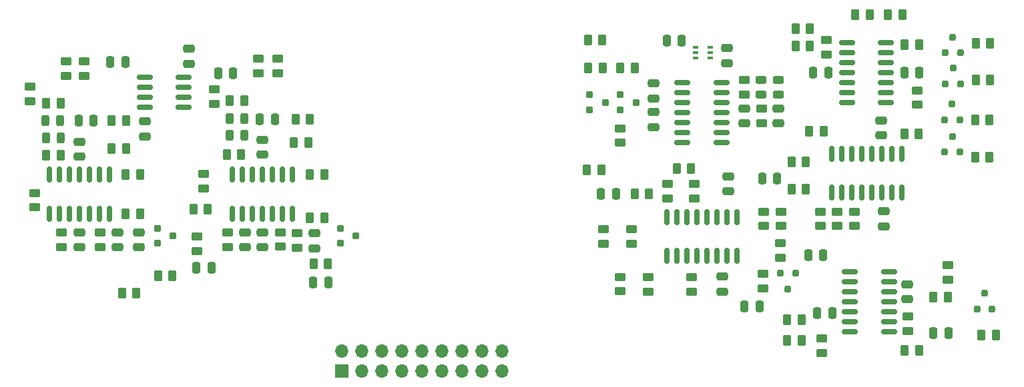
<source format=gbr>
%TF.GenerationSoftware,KiCad,Pcbnew,7.0.7*%
%TF.CreationDate,2024-06-06T22:47:17-06:00*%
%TF.ProjectId,VoiceBoardR2,566f6963-6542-46f6-9172-6452322e6b69,rev?*%
%TF.SameCoordinates,Original*%
%TF.FileFunction,Soldermask,Top*%
%TF.FilePolarity,Negative*%
%FSLAX46Y46*%
G04 Gerber Fmt 4.6, Leading zero omitted, Abs format (unit mm)*
G04 Created by KiCad (PCBNEW 7.0.7) date 2024-06-06 22:47:17*
%MOMM*%
%LPD*%
G01*
G04 APERTURE LIST*
G04 Aperture macros list*
%AMRoundRect*
0 Rectangle with rounded corners*
0 $1 Rounding radius*
0 $2 $3 $4 $5 $6 $7 $8 $9 X,Y pos of 4 corners*
0 Add a 4 corners polygon primitive as box body*
4,1,4,$2,$3,$4,$5,$6,$7,$8,$9,$2,$3,0*
0 Add four circle primitives for the rounded corners*
1,1,$1+$1,$2,$3*
1,1,$1+$1,$4,$5*
1,1,$1+$1,$6,$7*
1,1,$1+$1,$8,$9*
0 Add four rect primitives between the rounded corners*
20,1,$1+$1,$2,$3,$4,$5,0*
20,1,$1+$1,$4,$5,$6,$7,0*
20,1,$1+$1,$6,$7,$8,$9,0*
20,1,$1+$1,$8,$9,$2,$3,0*%
G04 Aperture macros list end*
%ADD10RoundRect,0.250000X-0.262500X-0.450000X0.262500X-0.450000X0.262500X0.450000X-0.262500X0.450000X0*%
%ADD11RoundRect,0.250000X0.262500X0.450000X-0.262500X0.450000X-0.262500X-0.450000X0.262500X-0.450000X0*%
%ADD12RoundRect,0.250000X-0.475000X0.250000X-0.475000X-0.250000X0.475000X-0.250000X0.475000X0.250000X0*%
%ADD13RoundRect,0.150000X0.150000X-0.825000X0.150000X0.825000X-0.150000X0.825000X-0.150000X-0.825000X0*%
%ADD14RoundRect,0.250000X0.475000X-0.250000X0.475000X0.250000X-0.475000X0.250000X-0.475000X-0.250000X0*%
%ADD15RoundRect,0.250000X0.450000X-0.262500X0.450000X0.262500X-0.450000X0.262500X-0.450000X-0.262500X0*%
%ADD16RoundRect,0.200000X0.200000X-0.250000X0.200000X0.250000X-0.200000X0.250000X-0.200000X-0.250000X0*%
%ADD17RoundRect,0.200000X-0.250000X-0.200000X0.250000X-0.200000X0.250000X0.200000X-0.250000X0.200000X0*%
%ADD18RoundRect,0.250000X-0.450000X0.262500X-0.450000X-0.262500X0.450000X-0.262500X0.450000X0.262500X0*%
%ADD19RoundRect,0.250000X0.250000X0.475000X-0.250000X0.475000X-0.250000X-0.475000X0.250000X-0.475000X0*%
%ADD20RoundRect,0.250000X-0.250000X-0.475000X0.250000X-0.475000X0.250000X0.475000X-0.250000X0.475000X0*%
%ADD21RoundRect,0.150000X-0.825000X-0.150000X0.825000X-0.150000X0.825000X0.150000X-0.825000X0.150000X0*%
%ADD22R,1.700000X1.700000*%
%ADD23O,1.700000X1.700000*%
%ADD24RoundRect,0.243750X0.243750X0.456250X-0.243750X0.456250X-0.243750X-0.456250X0.243750X-0.456250X0*%
%ADD25R,0.650000X0.400000*%
%ADD26RoundRect,0.243750X0.456250X-0.243750X0.456250X0.243750X-0.456250X0.243750X-0.456250X-0.243750X0*%
%ADD27RoundRect,0.200000X-0.200000X0.250000X-0.200000X-0.250000X0.200000X-0.250000X0.200000X0.250000X0*%
%ADD28RoundRect,0.243750X-0.456250X0.243750X-0.456250X-0.243750X0.456250X-0.243750X0.456250X0.243750X0*%
G04 APERTURE END LIST*
D10*
%TO.C,R402*%
X114850000Y-45212500D03*
X116675000Y-45212500D03*
%TD*%
D11*
%TO.C,R410*%
X102825000Y-6562500D03*
X101000000Y-6562500D03*
%TD*%
D12*
%TO.C,C210*%
X17737500Y-30237500D03*
X17737500Y-32137500D03*
%TD*%
D11*
%TO.C,R303*%
X76495000Y-5812500D03*
X74670000Y-5812500D03*
%TD*%
D13*
%TO.C,U402*%
X105567500Y-25192500D03*
X106837500Y-25192500D03*
X108107500Y-25192500D03*
X109377500Y-25192500D03*
X110647500Y-25192500D03*
X111917500Y-25192500D03*
X113187500Y-25192500D03*
X114457500Y-25192500D03*
X114457500Y-20242500D03*
X113187500Y-20242500D03*
X111917500Y-20242500D03*
X110647500Y-20242500D03*
X109377500Y-20242500D03*
X108107500Y-20242500D03*
X106837500Y-20242500D03*
X105567500Y-20242500D03*
%TD*%
D14*
%TO.C,C212*%
X10202500Y-32132500D03*
X10202500Y-30232500D03*
%TD*%
D15*
%TO.C,R314*%
X82287500Y-37762500D03*
X82287500Y-35937500D03*
%TD*%
D14*
%TO.C,C209*%
X14962500Y-32132500D03*
X14962500Y-30232500D03*
%TD*%
D10*
%TO.C,R222*%
X14240000Y-19632500D03*
X16065000Y-19632500D03*
%TD*%
D11*
%TO.C,R417*%
X125660000Y-6217500D03*
X123835000Y-6217500D03*
%TD*%
D15*
%TO.C,R426*%
X104112500Y-29425000D03*
X104112500Y-27600000D03*
%TD*%
D10*
%TO.C,R220*%
X14240000Y-16082500D03*
X16065000Y-16082500D03*
%TD*%
D16*
%TO.C,Q404*%
X120012500Y-11362500D03*
X121912500Y-11362500D03*
X120962500Y-9362500D03*
%TD*%
D11*
%TO.C,R210*%
X39175000Y-18812500D03*
X37350000Y-18812500D03*
%TD*%
D15*
%TO.C,R422*%
X99087500Y-33475000D03*
X99087500Y-31650000D03*
%TD*%
D17*
%TO.C,Q202*%
X20052500Y-29732500D03*
X20052500Y-31632500D03*
X22052500Y-30682500D03*
%TD*%
D18*
%TO.C,R226*%
X35292500Y-8175000D03*
X35292500Y-10000000D03*
%TD*%
D15*
%TO.C,R415*%
X116412500Y-14025000D03*
X116412500Y-12200000D03*
%TD*%
D10*
%TO.C,R213*%
X20135000Y-35787500D03*
X21960000Y-35787500D03*
%TD*%
D14*
%TO.C,C203*%
X31202500Y-32132500D03*
X31202500Y-30232500D03*
%TD*%
D19*
%TO.C,C307*%
X78227500Y-25347500D03*
X76327500Y-25347500D03*
%TD*%
D10*
%TO.C,R423*%
X99925000Y-41337500D03*
X101750000Y-41337500D03*
%TD*%
D14*
%TO.C,C206*%
X33402500Y-32132500D03*
X33402500Y-30232500D03*
%TD*%
D15*
%TO.C,R313*%
X87837500Y-37775000D03*
X87837500Y-35950000D03*
%TD*%
D11*
%TO.C,R211*%
X41215000Y-22882500D03*
X39390000Y-22882500D03*
%TD*%
D20*
%TO.C,C407*%
X114812500Y-9937500D03*
X116712500Y-9937500D03*
%TD*%
D21*
%TO.C,U404*%
X107912500Y-35302500D03*
X107912500Y-36572500D03*
X107912500Y-37842500D03*
X107912500Y-39112500D03*
X107912500Y-40382500D03*
X107912500Y-41652500D03*
X107912500Y-42922500D03*
X112862500Y-42922500D03*
X112862500Y-41652500D03*
X112862500Y-40382500D03*
X112862500Y-39112500D03*
X112862500Y-37842500D03*
X112862500Y-36572500D03*
X112862500Y-35302500D03*
%TD*%
D20*
%TO.C,C406*%
X96762500Y-23412500D03*
X98662500Y-23412500D03*
%TD*%
D15*
%TO.C,R302*%
X78762500Y-18865000D03*
X78762500Y-17040000D03*
%TD*%
D11*
%TO.C,R218*%
X7765000Y-20432500D03*
X5940000Y-20432500D03*
%TD*%
D20*
%TO.C,C211*%
X10052500Y-16082500D03*
X11952500Y-16082500D03*
%TD*%
D10*
%TO.C,R430*%
X108550000Y-2612500D03*
X110375000Y-2612500D03*
%TD*%
D15*
%TO.C,R235*%
X27247500Y-13905000D03*
X27247500Y-12080000D03*
%TD*%
%TO.C,R225*%
X32892500Y-10000000D03*
X32892500Y-8175000D03*
%TD*%
D19*
%TO.C,C403*%
X105662500Y-40512500D03*
X103762500Y-40512500D03*
%TD*%
D15*
%TO.C,R203*%
X35662500Y-32075000D03*
X35662500Y-30250000D03*
%TD*%
D12*
%TO.C,C219*%
X24042500Y-6912500D03*
X24042500Y-8812500D03*
%TD*%
D16*
%TO.C,Q401*%
X124050000Y-39987500D03*
X125950000Y-39987500D03*
X125000000Y-37987500D03*
%TD*%
D17*
%TO.C,Q201*%
X43252500Y-29732500D03*
X43252500Y-31632500D03*
X45252500Y-30682500D03*
%TD*%
D15*
%TO.C,R427*%
X108462500Y-29425000D03*
X108462500Y-27600000D03*
%TD*%
D14*
%TO.C,C404*%
X115187500Y-38737500D03*
X115187500Y-36837500D03*
%TD*%
D13*
%TO.C,U202*%
X6392500Y-27857500D03*
X7662500Y-27857500D03*
X8932500Y-27857500D03*
X10202500Y-27857500D03*
X11472500Y-27857500D03*
X12742500Y-27857500D03*
X14012500Y-27857500D03*
X14012500Y-22907500D03*
X12742500Y-22907500D03*
X11472500Y-22907500D03*
X10202500Y-22907500D03*
X8932500Y-22907500D03*
X7662500Y-22907500D03*
X6392500Y-22907500D03*
%TD*%
D12*
%TO.C,C301*%
X82987500Y-11327500D03*
X82987500Y-13227500D03*
%TD*%
D20*
%TO.C,C413*%
X94537500Y-39662500D03*
X96437500Y-39662500D03*
%TD*%
D10*
%TO.C,R209*%
X37590000Y-15832500D03*
X39415000Y-15832500D03*
%TD*%
%TO.C,R204*%
X39390000Y-28382500D03*
X41215000Y-28382500D03*
%TD*%
D18*
%TO.C,R424*%
X99187500Y-27600000D03*
X99187500Y-29425000D03*
%TD*%
D12*
%TO.C,C308*%
X83002500Y-14977500D03*
X83002500Y-16877500D03*
%TD*%
D10*
%TO.C,R301*%
X78775000Y-9352500D03*
X80600000Y-9352500D03*
%TD*%
%TO.C,R219*%
X5940000Y-13832500D03*
X7765000Y-13832500D03*
%TD*%
D22*
%TO.C,U103*%
X43437500Y-47887500D03*
D23*
X43437500Y-45347500D03*
X45977500Y-47887500D03*
X45977500Y-45347500D03*
X48517500Y-47887500D03*
X48517500Y-45347500D03*
X51057500Y-47887500D03*
X51057500Y-45347500D03*
X53597500Y-47887500D03*
X53597500Y-45347500D03*
X56137500Y-47887500D03*
X56137500Y-45347500D03*
X58677500Y-47887500D03*
X58677500Y-45347500D03*
X61217500Y-47887500D03*
X61217500Y-45347500D03*
X63757500Y-47887500D03*
X63757500Y-45347500D03*
%TD*%
D24*
%TO.C,D203*%
X7740000Y-16082500D03*
X5865000Y-16082500D03*
%TD*%
D25*
%TO.C,U304*%
X88312500Y-6752500D03*
X88312500Y-7402500D03*
X88312500Y-8052500D03*
X90212500Y-8052500D03*
X90212500Y-7402500D03*
X90212500Y-6752500D03*
%TD*%
D26*
%TO.C,D302*%
X96637500Y-12740000D03*
X96637500Y-10865000D03*
%TD*%
D14*
%TO.C,C220*%
X18467500Y-18037500D03*
X18467500Y-16137500D03*
%TD*%
D18*
%TO.C,R216*%
X7912500Y-30275000D03*
X7912500Y-32100000D03*
%TD*%
D12*
%TO.C,C207*%
X33402500Y-18482500D03*
X33402500Y-20382500D03*
%TD*%
D18*
%TO.C,R207*%
X28952500Y-30270000D03*
X28952500Y-32095000D03*
%TD*%
D19*
%TO.C,C208*%
X26927500Y-34787500D03*
X25027500Y-34787500D03*
%TD*%
D13*
%TO.C,U201*%
X29592500Y-27857500D03*
X30862500Y-27857500D03*
X32132500Y-27857500D03*
X33402500Y-27857500D03*
X34672500Y-27857500D03*
X35942500Y-27857500D03*
X37212500Y-27857500D03*
X37212500Y-22907500D03*
X35942500Y-22907500D03*
X34672500Y-22907500D03*
X33402500Y-22907500D03*
X32132500Y-22907500D03*
X30862500Y-22907500D03*
X29592500Y-22907500D03*
%TD*%
D11*
%TO.C,R304*%
X76512501Y-9352500D03*
X74687501Y-9352500D03*
%TD*%
D15*
%TO.C,R217*%
X4472500Y-27075000D03*
X4472500Y-25250000D03*
%TD*%
D18*
%TO.C,R408*%
X120287500Y-34425000D03*
X120287500Y-36250000D03*
%TD*%
D10*
%TO.C,R407*%
X102750000Y-17412500D03*
X104575000Y-17412500D03*
%TD*%
D11*
%TO.C,R234*%
X26450000Y-27337500D03*
X24625000Y-27337500D03*
%TD*%
D18*
%TO.C,R224*%
X10742500Y-8545000D03*
X10742500Y-10370000D03*
%TD*%
D11*
%TO.C,R202*%
X30665000Y-20332500D03*
X28840000Y-20332500D03*
%TD*%
D19*
%TO.C,C304*%
X86562500Y-5852500D03*
X84662500Y-5852500D03*
%TD*%
D10*
%TO.C,R311*%
X80600000Y-25337500D03*
X82425000Y-25337500D03*
%TD*%
D14*
%TO.C,C306*%
X98827500Y-16402500D03*
X98827500Y-14502500D03*
%TD*%
D12*
%TO.C,C213*%
X10202500Y-18732500D03*
X10202500Y-20632500D03*
%TD*%
D19*
%TO.C,C214*%
X15992500Y-8557500D03*
X14092500Y-8557500D03*
%TD*%
D18*
%TO.C,R309*%
X88162500Y-24100000D03*
X88162500Y-25925000D03*
%TD*%
%TO.C,R212*%
X25037500Y-30800000D03*
X25037500Y-32625000D03*
%TD*%
D27*
%TO.C,Q406*%
X100987500Y-35462500D03*
X99087500Y-35462500D03*
X100037500Y-37462500D03*
%TD*%
D13*
%TO.C,U303*%
X84667500Y-33237500D03*
X85937500Y-33237500D03*
X87207500Y-33237500D03*
X88477500Y-33237500D03*
X89747500Y-33237500D03*
X91017500Y-33237500D03*
X92287500Y-33237500D03*
X93557500Y-33237500D03*
X93557500Y-28287500D03*
X92287500Y-28287500D03*
X91017500Y-28287500D03*
X89747500Y-28287500D03*
X88477500Y-28287500D03*
X87207500Y-28287500D03*
X85937500Y-28287500D03*
X84667500Y-28287500D03*
%TD*%
D17*
%TO.C,Q301*%
X78742500Y-12777501D03*
X78742500Y-14677501D03*
X80742500Y-13727501D03*
%TD*%
D18*
%TO.C,R425*%
X104287500Y-43750000D03*
X104287500Y-45575000D03*
%TD*%
D11*
%TO.C,R403*%
X120312500Y-38437500D03*
X118487500Y-38437500D03*
%TD*%
D24*
%TO.C,D202*%
X31100000Y-15782500D03*
X29225000Y-15782500D03*
%TD*%
D10*
%TO.C,R215*%
X16040000Y-27882500D03*
X17865000Y-27882500D03*
%TD*%
%TO.C,R406*%
X100500000Y-24762500D03*
X102325000Y-24762500D03*
%TD*%
D12*
%TO.C,C410*%
X112187500Y-27562500D03*
X112187500Y-29462500D03*
%TD*%
D20*
%TO.C,C205*%
X33052500Y-15832500D03*
X34952500Y-15832500D03*
%TD*%
D10*
%TO.C,R405*%
X100475000Y-21302500D03*
X102300000Y-21302500D03*
%TD*%
%TO.C,R308*%
X85925000Y-22102500D03*
X87750000Y-22102500D03*
%TD*%
D18*
%TO.C,R409*%
X104912500Y-5800000D03*
X104912500Y-7625000D03*
%TD*%
D11*
%TO.C,R413*%
X125575000Y-15962500D03*
X123750000Y-15962500D03*
%TD*%
D14*
%TO.C,C409*%
X111887500Y-17942500D03*
X111887500Y-16042500D03*
%TD*%
D16*
%TO.C,Q403*%
X119912500Y-15962500D03*
X121812500Y-15962500D03*
X120862500Y-13962500D03*
%TD*%
D18*
%TO.C,R306*%
X80162500Y-29850000D03*
X80162500Y-31675000D03*
%TD*%
D21*
%TO.C,U206*%
X18467500Y-10502500D03*
X18467500Y-11772500D03*
X18467500Y-13042500D03*
X18467500Y-14312500D03*
X23417500Y-14312500D03*
X23417500Y-13042500D03*
X23417500Y-11772500D03*
X23417500Y-10502500D03*
%TD*%
D19*
%TO.C,C408*%
X105137500Y-9937500D03*
X103237500Y-9937500D03*
%TD*%
D15*
%TO.C,R315*%
X94462500Y-12715000D03*
X94462500Y-10890000D03*
%TD*%
D14*
%TO.C,C201*%
X39952500Y-32282500D03*
X39952500Y-30382500D03*
%TD*%
D24*
%TO.C,D201*%
X31100000Y-17932500D03*
X29225000Y-17932500D03*
%TD*%
D14*
%TO.C,C311*%
X92487500Y-25037500D03*
X92487500Y-23137500D03*
%TD*%
D10*
%TO.C,R418*%
X112700000Y-2612500D03*
X114525000Y-2612500D03*
%TD*%
D16*
%TO.C,Q405*%
X119997500Y-7417500D03*
X121897500Y-7417500D03*
X120947500Y-5417500D03*
%TD*%
%TO.C,Q402*%
X119927500Y-20037501D03*
X121827500Y-20037501D03*
X120877500Y-18037501D03*
%TD*%
D10*
%TO.C,R404*%
X124575000Y-43312500D03*
X126400000Y-43312500D03*
%TD*%
D20*
%TO.C,C405*%
X118475000Y-43062500D03*
X120375000Y-43062500D03*
%TD*%
D10*
%TO.C,R414*%
X114800000Y-17737500D03*
X116625000Y-17737500D03*
%TD*%
D28*
%TO.C,D301*%
X98812500Y-10875000D03*
X98812500Y-12750000D03*
%TD*%
D10*
%TO.C,R411*%
X101000000Y-4342500D03*
X102825000Y-4342500D03*
%TD*%
D15*
%TO.C,R236*%
X3887500Y-13550000D03*
X3887500Y-11725000D03*
%TD*%
D10*
%TO.C,R420*%
X74525000Y-22312500D03*
X76350000Y-22312500D03*
%TD*%
D15*
%TO.C,R305*%
X78787500Y-37750000D03*
X78787500Y-35925000D03*
%TD*%
%TO.C,R316*%
X96677500Y-16365000D03*
X96677500Y-14540000D03*
%TD*%
D21*
%TO.C,U301*%
X86662500Y-11202500D03*
X86662500Y-12472500D03*
X86662500Y-13742500D03*
X86662500Y-15012500D03*
X86662500Y-16282500D03*
X86662500Y-17552500D03*
X86662500Y-18822500D03*
X91612500Y-18822500D03*
X91612500Y-17552500D03*
X91612500Y-16282500D03*
X91612500Y-15012500D03*
X91612500Y-13742500D03*
X91612500Y-12472500D03*
X91612500Y-11202500D03*
%TD*%
D11*
%TO.C,R227*%
X17400000Y-37987500D03*
X15575000Y-37987500D03*
%TD*%
D18*
%TO.C,R310*%
X84762500Y-24100000D03*
X84762500Y-25925000D03*
%TD*%
D15*
%TO.C,R312*%
X96962500Y-29425000D03*
X96962500Y-27600000D03*
%TD*%
D12*
%TO.C,C309*%
X94477500Y-14502500D03*
X94477500Y-16402500D03*
%TD*%
D18*
%TO.C,R307*%
X76637500Y-29875000D03*
X76637500Y-31700000D03*
%TD*%
D11*
%TO.C,R429*%
X101755000Y-43972500D03*
X99930000Y-43972500D03*
%TD*%
D18*
%TO.C,R205*%
X37812500Y-30350000D03*
X37812500Y-32175000D03*
%TD*%
D21*
%TO.C,U403*%
X107537500Y-6102500D03*
X107537500Y-7372500D03*
X107537500Y-8642500D03*
X107537500Y-9912500D03*
X107537500Y-11182500D03*
X107537500Y-12452500D03*
X107537500Y-13722500D03*
X112487500Y-13722500D03*
X112487500Y-12452500D03*
X112487500Y-11182500D03*
X112487500Y-9912500D03*
X112487500Y-8642500D03*
X112487500Y-7372500D03*
X112487500Y-6102500D03*
%TD*%
D10*
%TO.C,R416*%
X123835000Y-10917500D03*
X125660000Y-10917500D03*
%TD*%
D15*
%TO.C,R421*%
X96837500Y-37375000D03*
X96837500Y-35550000D03*
%TD*%
D20*
%TO.C,C414*%
X102612500Y-33112500D03*
X104512500Y-33112500D03*
%TD*%
D15*
%TO.C,R401*%
X115212500Y-42800000D03*
X115212500Y-40975000D03*
%TD*%
D11*
%TO.C,R206*%
X41675000Y-34262500D03*
X39850000Y-34262500D03*
%TD*%
D24*
%TO.C,D204*%
X7790000Y-18232500D03*
X5915000Y-18232500D03*
%TD*%
D12*
%TO.C,C310*%
X91737500Y-35887500D03*
X91737500Y-37787500D03*
%TD*%
D15*
%TO.C,R223*%
X8457500Y-10354999D03*
X8457500Y-8529999D03*
%TD*%
%TO.C,R201*%
X25937500Y-24675000D03*
X25937500Y-22850000D03*
%TD*%
D11*
%TO.C,R221*%
X17865000Y-22882500D03*
X16040000Y-22882500D03*
%TD*%
D10*
%TO.C,R208*%
X29250000Y-13537500D03*
X31075000Y-13537500D03*
%TD*%
D19*
%TO.C,C202*%
X41712500Y-36587500D03*
X39812500Y-36587500D03*
%TD*%
D10*
%TO.C,R419*%
X114850000Y-6362500D03*
X116675000Y-6362500D03*
%TD*%
D20*
%TO.C,C204*%
X27767500Y-10017500D03*
X29667500Y-10017500D03*
%TD*%
D18*
%TO.C,R428*%
X106262500Y-27600000D03*
X106262500Y-29425000D03*
%TD*%
D17*
%TO.C,Q302*%
X74862500Y-12777500D03*
X74862500Y-14677500D03*
X76862500Y-13727500D03*
%TD*%
D15*
%TO.C,R214*%
X12752500Y-32095000D03*
X12752500Y-30270000D03*
%TD*%
D14*
%TO.C,C305*%
X92327500Y-8727500D03*
X92327500Y-6827500D03*
%TD*%
D10*
%TO.C,R412*%
X123750000Y-20712500D03*
X125575000Y-20712500D03*
%TD*%
M02*

</source>
